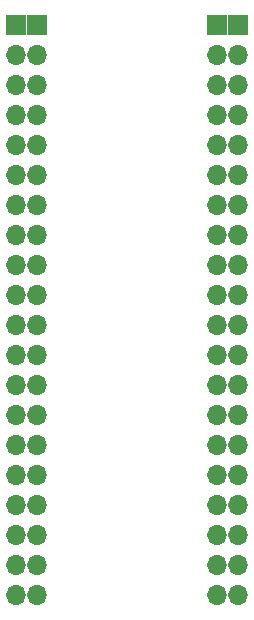
<source format=gbs>
%TF.GenerationSoftware,KiCad,Pcbnew,no-vcs-found-d00fc99~60~ubuntu16.04.1*%
%TF.CreationDate,2017-10-03T23:38:07-03:00*%
%TF.ProjectId,efm32-board,65666D33322D626F6172642E6B696361,rev?*%
%TF.SameCoordinates,Original*%
%TF.FileFunction,Soldermask,Bot*%
%TF.FilePolarity,Negative*%
%FSLAX46Y46*%
G04 Gerber Fmt 4.6, Leading zero omitted, Abs format (unit mm)*
G04 Created by KiCad (PCBNEW no-vcs-found-d00fc99~60~ubuntu16.04.1) date Tue Oct  3 23:38:07 2017*
%MOMM*%
%LPD*%
G01*
G04 APERTURE LIST*
%ADD10R,1.700000X1.700000*%
%ADD11O,1.700000X1.700000*%
G04 APERTURE END LIST*
D10*
%TO.C,J5*%
X136538000Y-71775000D03*
D11*
X136538000Y-74315000D03*
X136538000Y-76855000D03*
X136538000Y-79395000D03*
X136538000Y-81935000D03*
X136538000Y-84475000D03*
X136538000Y-87015000D03*
X136538000Y-89555000D03*
X136538000Y-92095000D03*
X136538000Y-94635000D03*
X136538000Y-97175000D03*
X136538000Y-99715000D03*
X136538000Y-102255000D03*
X136538000Y-104795000D03*
X136538000Y-107335000D03*
X136538000Y-109875000D03*
X136538000Y-112415000D03*
X136538000Y-114955000D03*
X136538000Y-117495000D03*
X136538000Y-120035000D03*
%TD*%
D10*
%TO.C,J2*%
X134740619Y-71782500D03*
D11*
X134740619Y-74322500D03*
X134740619Y-76862500D03*
X134740619Y-79402500D03*
X134740619Y-81942500D03*
X134740619Y-84482500D03*
X134740619Y-87022500D03*
X134740619Y-89562500D03*
X134740619Y-92102500D03*
X134740619Y-94642500D03*
X134740619Y-97182500D03*
X134740619Y-99722500D03*
X134740619Y-102262500D03*
X134740619Y-104802500D03*
X134740619Y-107342500D03*
X134740619Y-109882500D03*
X134740619Y-112422500D03*
X134740619Y-114962500D03*
X134740619Y-117502500D03*
X134740619Y-120042500D03*
%TD*%
D10*
%TO.C,J1*%
X119538000Y-71825000D03*
D11*
X119538000Y-74365000D03*
X119538000Y-76905000D03*
X119538000Y-79445000D03*
X119538000Y-81985000D03*
X119538000Y-84525000D03*
X119538000Y-87065000D03*
X119538000Y-89605000D03*
X119538000Y-92145000D03*
X119538000Y-94685000D03*
X119538000Y-97225000D03*
X119538000Y-99765000D03*
X119538000Y-102305000D03*
X119538000Y-104845000D03*
X119538000Y-107385000D03*
X119538000Y-109925000D03*
X119538000Y-112465000D03*
X119538000Y-115005000D03*
X119538000Y-117545000D03*
X119538000Y-120085000D03*
%TD*%
%TO.C,J6*%
X117748000Y-120085000D03*
X117748000Y-117545000D03*
X117748000Y-115005000D03*
X117748000Y-112465000D03*
X117748000Y-109925000D03*
X117748000Y-107385000D03*
X117748000Y-104845000D03*
X117748000Y-102305000D03*
X117748000Y-99765000D03*
X117748000Y-97225000D03*
X117748000Y-94685000D03*
X117748000Y-92145000D03*
X117748000Y-89605000D03*
X117748000Y-87065000D03*
X117748000Y-84525000D03*
X117748000Y-81985000D03*
X117748000Y-79445000D03*
X117748000Y-76905000D03*
X117748000Y-74365000D03*
D10*
X117748000Y-71825000D03*
%TD*%
M02*

</source>
